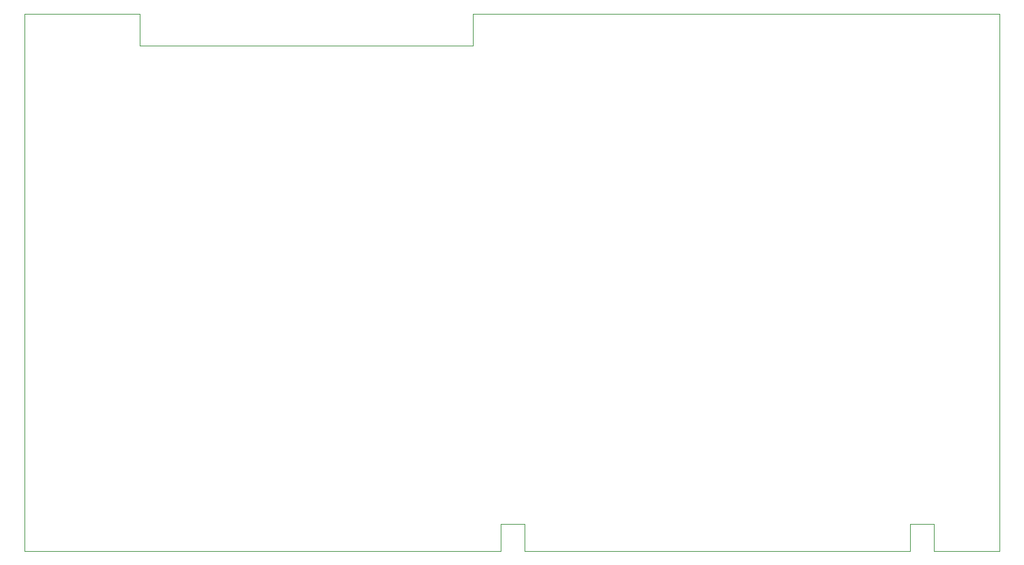
<source format=gm1>
G04 #@! TF.FileFunction,Profile,NP*
%FSLAX46Y46*%
G04 Gerber Fmt 4.6, Leading zero omitted, Abs format (unit mm)*
G04 Created by KiCad (PCBNEW 4.0.5+dfsg1-4) date Fri Apr 14 10:30:50 2017*
%MOMM*%
%LPD*%
G01*
G04 APERTURE LIST*
%ADD10C,0.150000*%
%ADD11C,0.100000*%
G04 APERTURE END LIST*
D10*
D11*
X68165000Y-85764000D02*
X7368000Y-85764000D01*
X68165000Y-82250000D02*
X68165000Y-85764000D01*
X71244000Y-82250000D02*
X68165000Y-82250000D01*
X71244000Y-85764000D02*
X71244000Y-82250000D01*
X120491000Y-85764000D02*
X71244000Y-85764000D01*
X120491000Y-82248000D02*
X120491000Y-85764000D01*
X123550000Y-82248000D02*
X120491000Y-82248000D01*
X123550000Y-85764000D02*
X123550000Y-82248000D01*
X22022800Y-17018000D02*
X7363800Y-17018000D01*
X22022800Y-21055700D02*
X22022800Y-17018000D01*
X64678900Y-21055700D02*
X22022800Y-21055700D01*
X64678900Y-17017100D02*
X64678900Y-21055700D01*
X7368000Y-85764000D02*
X7368000Y-17018000D01*
X123550000Y-85764000D02*
X131934000Y-85764000D01*
X131934000Y-17018000D02*
X131934000Y-85764000D01*
X64691000Y-17018000D02*
X131934000Y-17018000D01*
M02*

</source>
